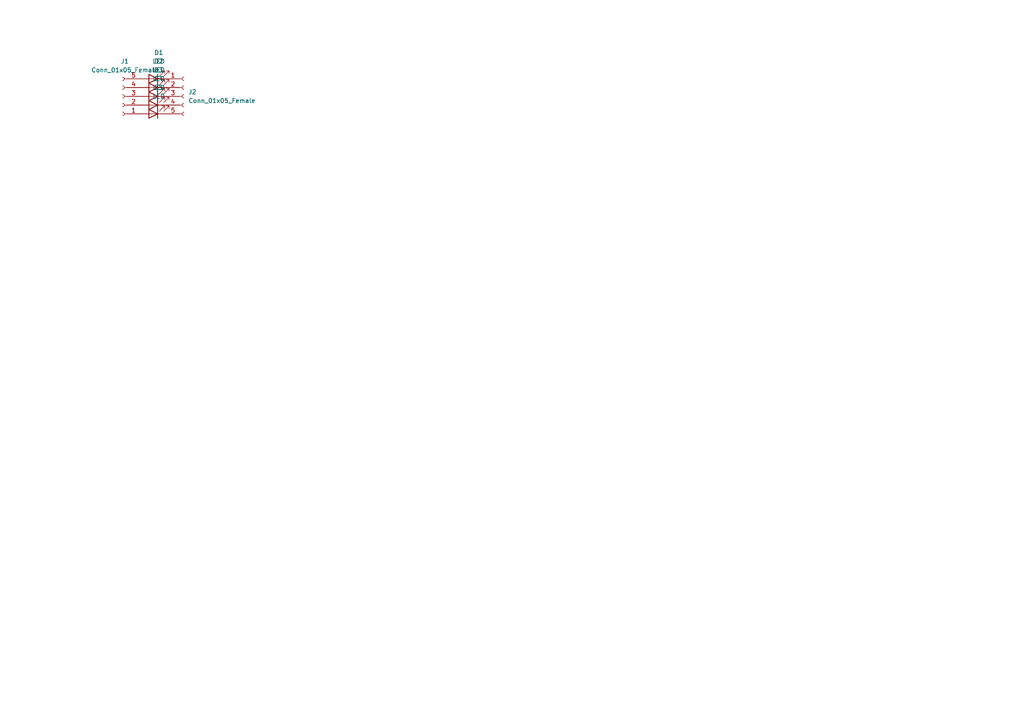
<source format=kicad_sch>
(kicad_sch (version 20211123) (generator eeschema)
  (paper "A4")
  (title_block (title "Home Assistant module for lights control") (date "2022-09-18") (rev "20220918.20"))
  (lib_symbols
    (symbol "Connector:Conn_01x05_Female" (pin_names (offset 1.016) hide)
      (property "Reference" "J" (at 0 7.62 0))
      (property "Value" "Conn_01x05_Female" (at 0 -7.62 0))
      (symbol "Conn_01x05_Female_1_1"
        (arc (start 0 -4.572) (mid -0.508 -5.08) (end 0 -5.588) (stroke (width 0.1524)))
        (arc (start 0 -2.032) (mid -0.508 -2.54) (end 0 -3.048) (stroke (width 0.1524)))
        (polyline (pts (xy -1.27 -5.08) (xy -0.508 -5.08)) (stroke (width 0.1524)))
        (polyline (pts (xy -1.27 -2.54) (xy -0.508 -2.54)) (stroke (width 0.1524)))
        (polyline (pts (xy -1.27 0) (xy -0.508 0)) (stroke (width 0.1524)))
        (polyline (pts (xy -1.27 2.54) (xy -0.508 2.54)) (stroke (width 0.1524)))
        (polyline (pts (xy -1.27 5.08) (xy -0.508 5.08)) (stroke (width 0.1524)))
        (arc (start 0 0.508) (mid -0.508 0) (end 0 -0.508) (stroke (width 0.1524)))
        (arc (start 0 3.048) (mid -0.508 2.54) (end 0 2.032) (stroke (width 0.1524)))
        (arc (start 0 5.588) (mid -0.508 5.08) (end 0 4.572) (stroke (width 0.1524)))
        (pin passive line (at -5.08 5.08 0) (length 3.81) (name "Pin_1") (number "1"))
        (pin passive line (at -5.08 2.54 0) (length 3.81) (name "Pin_2") (number "2"))
        (pin passive line (at -5.08 0 0) (length 3.81) (name "Pin_3") (number "3"))
        (pin passive line (at -5.08 -2.54 0) (length 3.81) (name "Pin_4") (number "4"))
        (pin passive line (at -5.08 -5.08 0) (length 3.81) (name "Pin_5") (number "5"))
      )
    )
    (symbol "Device:LED" (pin_numbers hide) (pin_names (offset 1.016) hide)
      (property "Reference" "D" (at 0 2.54 0))
      (property "Value" "LED" (at 0 -2.54 0))
      (symbol "LED_0_1"
        (polyline (pts (xy -1.27 -1.27) (xy -1.27 1.27)) (stroke (width 0.254)))
        (polyline (pts (xy -1.27 0) (xy 1.27 0)))
        (polyline (pts (xy 1.27 -1.27) (xy 1.27 1.27) (xy -1.27 0) (xy 1.27 -1.27)) (stroke (width 0.254)))
        (polyline (pts (xy -3.048 -0.762) (xy -4.572 -2.286) (xy -3.81 -2.286) (xy -4.572 -2.286) (xy -4.572 -1.524)))
        (polyline (pts (xy -1.778 -0.762) (xy -3.302 -2.286) (xy -2.54 -2.286) (xy -3.302 -2.286) (xy -3.302 -1.524)))
      )
      (symbol "LED_1_1"
        (pin passive line (at -3.81 0 0) (length 2.54) (name "K") (number "1"))
        (pin passive line (at 3.81 0 180) (length 2.54) (name "A") (number "2"))
      )
    )
  )
  (symbol (lib_id "Device:LED") (at 44.45 22.86 180) (unit 1)
    (property "Reference" "D1" (at 46.0375 15.24 0))
    (property "Value" "LED" (at 46.0375 17.78 0))
    (property "Footprint" "LED_SMD:LED_0805_2012Metric_Pad1.15x1.40mm_HandSolder" (effects hide))
  )
  (symbol (lib_id "Device:LED") (at 44.45 25.4 180) (unit 1)
    (property "Reference" "D2" (at 46.0375 17.78 0))
    (property "Value" "LED" (at 46.0375 20.32 0))
    (property "Footprint" "LED_SMD:LED_0805_2012Metric_Pad1.15x1.40mm_HandSolder" (effects hide))
  )
  (symbol (lib_id "Device:LED") (at 44.45 33.02 180) (unit 1)
    (property "Reference" "D5" (at 46.0375 25.4 0))
    (property "Value" "LED" (at 46.0375 27.94 0))
    (property "Footprint" "LED_SMD:LED_0805_2012Metric_Pad1.15x1.40mm_HandSolder" (effects hide))
  )
  (symbol (lib_id "Connector:Conn_01x05_Female") (at 53.34 27.94 0) (unit 1)
    (property "Reference" "J2" (at 54.61 26.6699 0) (effects (justify left)))
    (property "Value" "Conn_01x05_Female" (at 54.61 29.2099 0) (effects (justify left)))
    (property "Footprint" "Connector_PinSocket_2.54mm:PinSocket_1x05_P2.54mm_Vertical" (effects hide))
  )
  (symbol (lib_id "Device:LED") (at 44.45 30.48 180) (unit 1)
    (property "Reference" "D4" (at 46.0375 22.86 0))
    (property "Value" "LED" (at 46.0375 25.4 0))
    (property "Footprint" "LED_SMD:LED_0805_2012Metric_Pad1.15x1.40mm_HandSolder" (effects hide))
  )
  (symbol (lib_id "Device:LED") (at 44.45 27.94 180) (unit 1)
    (property "Reference" "D3" (at 46.0375 20.32 0))
    (property "Value" "LED" (at 46.0375 22.86 0))
    (property "Footprint" "LED_SMD:LED_0805_2012Metric_Pad1.15x1.40mm_HandSolder" (effects hide))
  )
  (symbol (lib_id "Connector:Conn_01x05_Female") (at 35.56 27.94 180) (unit 1)
    (property "Reference" "J1" (at 36.195 17.78 0))
    (property "Value" "Conn_01x05_Female" (at 36.195 20.32 0))
    (property "Footprint" "Connector_PinSocket_2.54mm:PinSocket_1x05_P2.54mm_Vertical" (effects hide))
  )
)
</source>
